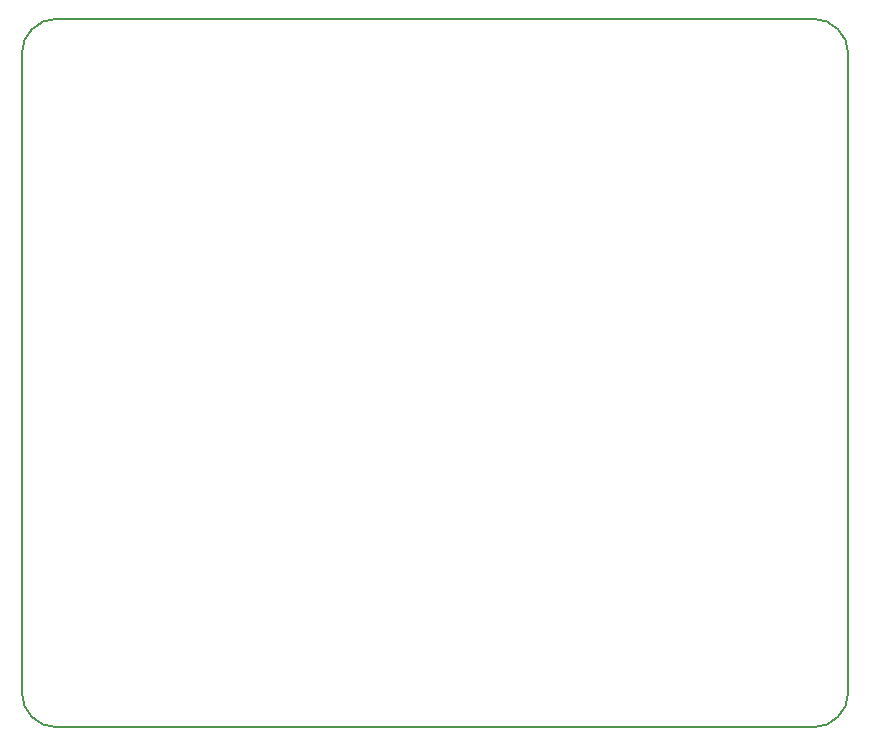
<source format=gbr>
G04 #@! TF.GenerationSoftware,KiCad,Pcbnew,(5.0.2)-1*
G04 #@! TF.CreationDate,2019-04-09T18:59:31+09:00*
G04 #@! TF.ProjectId,Parent_Turtle_RC19main,50617265-6e74-45f5-9475-72746c655f52,rev?*
G04 #@! TF.SameCoordinates,Original*
G04 #@! TF.FileFunction,Profile,NP*
%FSLAX46Y46*%
G04 Gerber Fmt 4.6, Leading zero omitted, Abs format (unit mm)*
G04 Created by KiCad (PCBNEW (5.0.2)-1) date 2019/04/09 18:59:31*
%MOMM*%
%LPD*%
G01*
G04 APERTURE LIST*
%ADD10C,0.150000*%
G04 APERTURE END LIST*
D10*
X104090000Y-129660000D02*
X168090000Y-129660000D01*
X101090000Y-72660000D02*
X101090000Y-126660000D01*
X168090000Y-69660000D02*
X104090000Y-69660000D01*
X171090000Y-126660000D02*
X171090000Y-72660000D01*
X168090000Y-129660000D02*
G75*
G03X171090000Y-126660000I0J3000000D01*
G01*
X101090000Y-126660000D02*
G75*
G03X104090000Y-129660000I3000000J0D01*
G01*
X104090000Y-69660000D02*
G75*
G03X101090000Y-72660000I0J-3000000D01*
G01*
X171090000Y-72660000D02*
G75*
G03X168090000Y-69660000I-3000000J0D01*
G01*
M02*

</source>
